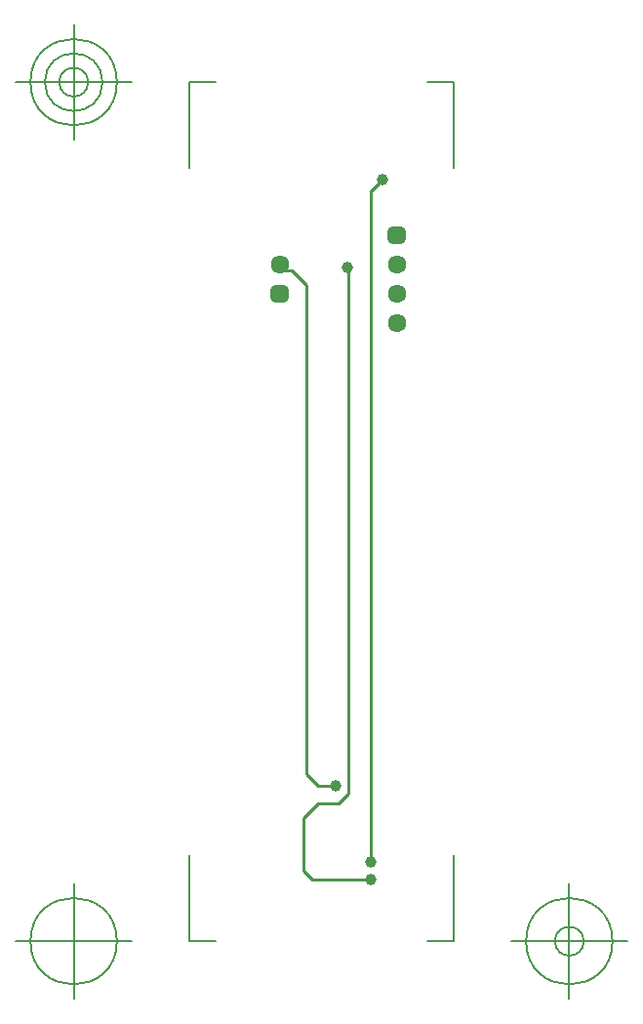
<source format=gbr>
G04 Generated by Ultiboard 14.2 *
%FSLAX34Y34*%
%MOMM*%

%ADD10C,0.0001*%
%ADD11C,0.2540*%
%ADD12C,0.1270*%
%ADD13C,1.0000*%
%ADD14C,1.6088*%
%ADD15R,0.5291X0.5291*%
%ADD16C,0.9949*%


G04 ColorRGB 0000FF for the following layer *
%LNCopper Bottom*%
%LPD*%
G54D10*
G54D11*
X154940Y50800D02*
X104140Y50800D01*
X96520Y58420D01*
X96520Y104140D01*
X154940Y66040D02*
X154940Y648970D01*
X96520Y104140D02*
X109220Y116840D01*
X127526Y116840D01*
X135890Y125204D02*
X127526Y116840D01*
X135890Y125204D02*
X135890Y580390D01*
X99060Y142240D02*
X109220Y132080D01*
X99060Y142240D02*
X99060Y566420D01*
X109220Y132080D02*
X124460Y132080D01*
X99060Y566420D02*
X86360Y579120D01*
X81280Y579120D01*
X76200Y584200D01*
X135890Y580390D02*
X134620Y581660D01*
X156210Y648970D02*
X165100Y657860D01*
X154940Y648970D02*
X156210Y648970D01*
G54D12*
X-2540Y-2540D02*
X-2540Y71968D01*
X-2540Y-2540D02*
X20468Y-2540D01*
X227540Y-2540D02*
X204532Y-2540D01*
X227540Y-2540D02*
X227540Y71968D01*
X227540Y742540D02*
X227540Y668032D01*
X227540Y742540D02*
X204532Y742540D01*
X-2540Y742540D02*
X20468Y742540D01*
X-2540Y742540D02*
X-2540Y668032D01*
X-52540Y-2540D02*
X-152540Y-2540D01*
X-102540Y-52540D02*
X-102540Y47460D01*
X-140040Y-2540D02*
G75*
D01*
G02X-140040Y-2540I37500J0*
G01*
X277540Y-2540D02*
X377540Y-2540D01*
X327540Y-52540D02*
X327540Y47460D01*
X290040Y-2540D02*
G75*
D01*
G02X290040Y-2540I37500J0*
G01*
X315040Y-2540D02*
G75*
D01*
G02X315040Y-2540I12500J0*
G01*
X-52540Y742540D02*
X-152540Y742540D01*
X-102540Y692540D02*
X-102540Y792540D01*
X-140040Y742540D02*
G75*
D01*
G02X-140040Y742540I37500J0*
G01*
X-127540Y742540D02*
G75*
D01*
G02X-127540Y742540I25000J0*
G01*
X-115040Y742540D02*
G75*
D01*
G02X-115040Y742540I12500J0*
G01*
G54D13*
X154940Y50800D03*
X154940Y66040D03*
X124460Y132080D03*
X134620Y581660D03*
X165100Y657860D03*
G54D14*
X177800Y558800D03*
X177800Y584200D03*
X177800Y533400D03*
X76200Y584200D03*
G54D15*
X177800Y609600D03*
X76200Y558800D03*
G54D16*
X175155Y606955D02*
X180445Y606955D01*
X180445Y612245D01*
X175155Y612245D01*
X175155Y606955D01*D02*
X73555Y556155D02*
X78845Y556155D01*
X78845Y561445D01*
X73555Y561445D01*
X73555Y556155D01*D02*

M02*

</source>
